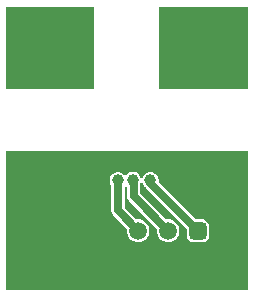
<source format=gbr>
%FSTAX23Y23*%
%MOIN*%
%SFA1B1*%

%IPPOS*%
%AMD18*
4,1,8,0.014800,0.029500,-0.014800,0.029500,-0.029500,0.014800,-0.029500,-0.014800,-0.014800,-0.029500,0.014800,-0.029500,0.029500,-0.014800,0.029500,0.014800,0.014800,0.029500,0.0*
1,1,0.029528,0.014800,0.014800*
1,1,0.029528,-0.014800,0.014800*
1,1,0.029528,-0.014800,-0.014800*
1,1,0.029528,0.014800,-0.014800*
%
%ADD13C,0.027559*%
%ADD16C,0.196850*%
%ADD17C,0.059055*%
G04~CAMADD=18~8~0.0~0.0~590.5~590.5~147.6~0.0~15~0.0~0.0~0.0~0.0~0~0.0~0.0~0.0~0.0~0~0.0~0.0~0.0~0.0~590.5~590.5*
%ADD18D18*%
%ADD19C,0.039370*%
%LNstromsensor_copper_signal_bot-1*%
%LPD*%
G36*
X00649Y-00807D02*
X-00157D01*
Y-00344*
X00649*
Y-00807*
G37*
G36*
X00137Y-00137D02*
X-00157D01*
Y00137*
X00137*
Y-00137*
G37*
G36*
X00649D02*
X00354D01*
Y00137*
X00649*
Y-00137*
G37*
%LNstromsensor_copper_signal_bot-2*%
%LPC*%
G36*
X00269Y-00413D02*
X00262D01*
X00255Y-00415*
X00248Y-00418*
X00243Y-00424*
X00243Y-00424*
X00237Y-00424*
X00233Y-0042*
X00227Y-00417*
X0022Y-00415*
X00212*
X00205Y-00417*
X00199Y-0042*
X00194Y-00425*
X0019Y-00432*
X00188Y-00439*
Y-00446*
X0019Y-00453*
X00194Y-00459*
Y-00542*
X00196Y-00551*
X002Y-00558*
X00246Y-00604*
X00246Y-00605*
Y-00615*
X00249Y-00624*
X00253Y-00633*
X0026Y-0064*
X00269Y-00645*
X00278Y-00647*
X00288*
X00298Y-00645*
X00306Y-0064*
X00313Y-00633*
X00318Y-00624*
X00321Y-00615*
Y-00605*
X00318Y-00595*
X00313Y-00587*
X00306Y-0058*
X00298Y-00575*
X00288Y-00572*
X00278*
X00277Y-00573*
X00238Y-00533*
Y-00463*
X0024Y-00461*
X00241Y-00461*
X00245Y-00463*
Y-00494*
X00247Y-00502*
X00252Y-00509*
X00346Y-00604*
X00346Y-00605*
Y-00615*
X00349Y-00624*
X00353Y-00633*
X0036Y-0064*
X00369Y-00645*
X00378Y-00647*
X00388*
X00398Y-00645*
X00406Y-0064*
X00413Y-00633*
X00418Y-00624*
X00421Y-00615*
Y-00605*
X00418Y-00595*
X00413Y-00587*
X00406Y-0058*
X00398Y-00575*
X00388Y-00572*
X00378*
X00377Y-00573*
X0029Y-00485*
Y-00453*
X00291Y-00451*
X00292Y-00447*
X00297*
X00299Y-00453*
X00302Y-00459*
X00307Y-00464*
X00309Y-00465*
X00311Y-00469*
X00446Y-00603*
Y-00625*
X00447Y-00633*
X00452Y-00641*
X0046Y-00646*
X00469Y-00648*
X00498*
X00507Y-00646*
X00514Y-00641*
X00519Y-00633*
X00521Y-00625*
Y-00595*
X00519Y-00586*
X00514Y-00579*
X00507Y-00574*
X00498Y-00572*
X00477*
X00352Y-00447*
X00352Y-00446*
Y-00439*
X0035Y-00432*
X00346Y-00425*
X00341Y-0042*
X00335Y-00417*
X00328Y-00415*
X00321*
X00314Y-00417*
X00307Y-0042*
X00302Y-00425*
X00299Y-00432*
X00298Y-00435*
X00292*
X00291Y-0043*
X00287Y-00424*
X00282Y-00418*
X00276Y-00415*
X00269Y-00413*
G37*
%LNstromsensor_copper_signal_bot-3*%
%LPD*%
G54D13*
X00324Y-00442D02*
X00327Y-00445D01*
Y-00453D02*
X00483Y-0061D01*
X00327Y-00453D02*
Y-00445D01*
X00265Y-0044D02*
X00268Y-00443D01*
Y-00494D02*
X00383Y-0061D01*
X00268Y-00494D02*
Y-00443D01*
X00216Y-00542D02*
X00283Y-0061D01*
X00216Y-00542D02*
Y-00442D01*
G54D16*
X00492Y0D03*
X0D03*
G54D17*
X00383Y-0061D03*
X00283D03*
X00183D03*
G54D18*
X00483Y-0061D03*
G54D19*
X0062Y-00108D03*
Y00108D03*
X00383D03*
X-00127Y-00108D03*
X00108Y00108D03*
X-00127D03*
Y-00767D03*
X0062D03*
Y-00374D03*
X-00127D03*
X00265Y-0044D03*
X00216Y-00442D03*
X00324D03*
M02*
</source>
